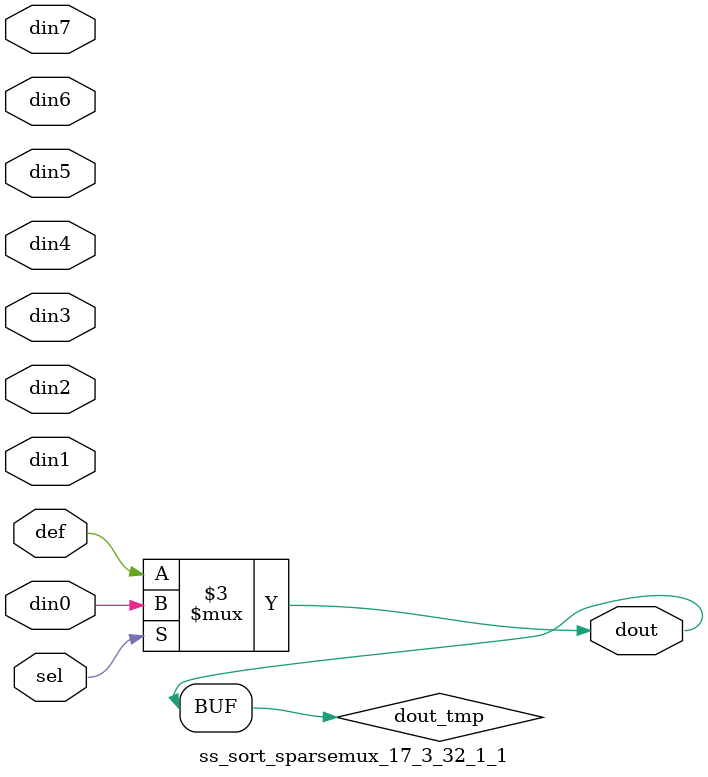
<source format=v>
module ss_sort_sparsemux_17_3_32_1_1 (din0,din1,din2,din3,din4,din5,din6,din7,def,sel,dout); 
parameter din0_WIDTH = 1;
parameter din1_WIDTH = 1;
parameter din2_WIDTH = 1;
parameter din3_WIDTH = 1;
parameter din4_WIDTH = 1;
parameter din5_WIDTH = 1;
parameter din6_WIDTH = 1;
parameter din7_WIDTH = 1;
parameter def_WIDTH = 1;
parameter sel_WIDTH = 1;
parameter dout_WIDTH = 1;
parameter [sel_WIDTH-1:0] CASE0 = 1;
parameter [sel_WIDTH-1:0] CASE1 = 1;
parameter [sel_WIDTH-1:0] CASE2 = 1;
parameter [sel_WIDTH-1:0] CASE3 = 1;
parameter [sel_WIDTH-1:0] CASE4 = 1;
parameter [sel_WIDTH-1:0] CASE5 = 1;
parameter [sel_WIDTH-1:0] CASE6 = 1;
parameter [sel_WIDTH-1:0] CASE7 = 1;
parameter ID = 1;
parameter NUM_STAGE = 1;
input [din0_WIDTH-1:0] din0;
input [din1_WIDTH-1:0] din1;
input [din2_WIDTH-1:0] din2;
input [din3_WIDTH-1:0] din3;
input [din4_WIDTH-1:0] din4;
input [din5_WIDTH-1:0] din5;
input [din6_WIDTH-1:0] din6;
input [din7_WIDTH-1:0] din7;
input [def_WIDTH-1:0] def;
input [sel_WIDTH-1:0] sel;
output [dout_WIDTH-1:0] dout;
reg [dout_WIDTH-1:0] dout_tmp;
always @ (*) begin
(* parallel_case *) case (sel)
    CASE0 : dout_tmp = din0;
    CASE1 : dout_tmp = din1;
    CASE2 : dout_tmp = din2;
    CASE3 : dout_tmp = din3;
    CASE4 : dout_tmp = din4;
    CASE5 : dout_tmp = din5;
    CASE6 : dout_tmp = din6;
    CASE7 : dout_tmp = din7;
    default : dout_tmp = def;
endcase
end
assign dout = dout_tmp;
endmodule
</source>
